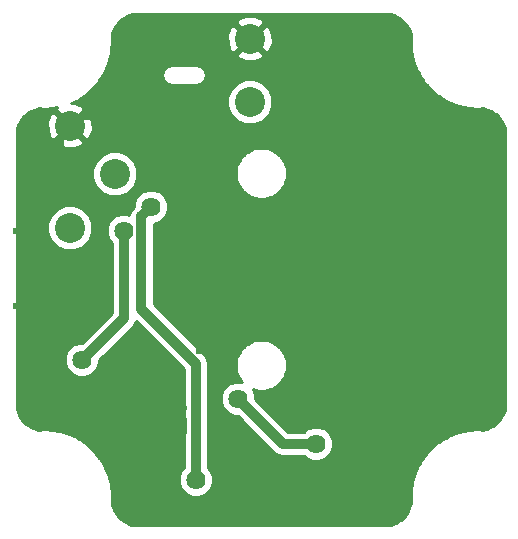
<source format=gbr>
%TF.GenerationSoftware,KiCad,Pcbnew,0.201604071231+6672~43~ubuntu15.10.1-product*%
%TF.CreationDate,2016-04-11T17:56:56+02:00*%
%TF.ProjectId,moto-dcdc,6D6F746F2D646364632E6B696361645F,rev?*%
%TF.FileFunction,Copper,L2,Bot,Signal*%
%FSLAX46Y46*%
G04 Gerber Fmt 4.6, Leading zero omitted, Abs format (unit mm)*
G04 Created by KiCad (PCBNEW 0.201604071231+6672~43~ubuntu15.10.1-product) date pon, 11 kwi 2016, 17:56:56*
%MOMM*%
G01*
G04 APERTURE LIST*
%ADD10C,0.100000*%
%ADD11C,2.540000*%
%ADD12C,0.600000*%
%ADD13C,1.625600*%
%ADD14C,0.406400*%
%ADD15C,0.812800*%
%ADD16C,0.254000*%
G04 APERTURE END LIST*
D10*
D11*
X146304000Y-78994000D03*
X131064000Y-94996000D03*
X134874000Y-90424000D03*
X146304000Y-84328000D03*
X131064000Y-86360000D03*
D12*
X144272012Y-81280000D03*
X162560000Y-108966000D03*
X163576000Y-107188000D03*
X163830000Y-105156000D03*
X163830000Y-102870000D03*
X161798000Y-101346000D03*
X163830000Y-101346000D03*
X149860000Y-92202000D03*
X149860000Y-89916000D03*
X149606000Y-88391980D03*
X161798000Y-86106000D03*
X160020000Y-86106000D03*
X157734000Y-86106000D03*
X158242000Y-84074000D03*
X156972000Y-83058000D03*
X156718000Y-80518000D03*
X155448000Y-79756000D03*
X142240000Y-79502000D03*
X139700000Y-79756000D03*
X137160000Y-80772000D03*
X136652000Y-83058000D03*
X135636000Y-84582000D03*
X126746000Y-88900000D03*
X128016000Y-89662000D03*
X127000000Y-90170000D03*
X127000000Y-92964000D03*
X126492000Y-95250000D03*
X126746000Y-98044000D03*
X126492000Y-101600000D03*
X126746000Y-104902000D03*
X127508000Y-106934000D03*
X126746000Y-109982000D03*
X129540000Y-108966000D03*
X128524000Y-110998000D03*
X132080000Y-110998000D03*
X132080000Y-112268000D03*
X134112000Y-112776000D03*
X134366000Y-114300000D03*
X136144000Y-114808000D03*
X134874000Y-116332000D03*
X136652000Y-116840000D03*
X135128000Y-118872000D03*
X137668000Y-118872000D03*
X138430000Y-117094000D03*
X140462000Y-118110000D03*
X140462000Y-119888000D03*
X147828000Y-119634000D03*
X150876000Y-119380000D03*
X153162000Y-119380000D03*
X155702000Y-119380000D03*
X158496000Y-119888000D03*
X159258000Y-117856000D03*
X160274000Y-114808000D03*
X162306000Y-112776000D03*
X165354000Y-111506000D03*
X166624000Y-109982000D03*
X166878000Y-107950000D03*
X167640000Y-106172000D03*
X167386000Y-104394000D03*
X167132000Y-101346000D03*
X167132000Y-99314000D03*
X167386000Y-97790000D03*
X167132000Y-94742000D03*
X167132000Y-92456000D03*
X167132000Y-88646000D03*
X166370000Y-86614000D03*
X163068000Y-85090000D03*
X160528000Y-83820000D03*
X159512000Y-81534000D03*
X158242000Y-78994000D03*
X155702000Y-77978000D03*
X153162000Y-77216000D03*
X150114000Y-77724000D03*
X144018000Y-77978000D03*
X140462000Y-77724000D03*
X137922000Y-77470000D03*
X135636000Y-78740000D03*
X135128000Y-81534000D03*
X133858000Y-83566000D03*
X133604000Y-85598000D03*
X128270000Y-86106000D03*
X127762000Y-88138000D03*
X130302000Y-87884000D03*
X144526000Y-92710000D03*
X143510000Y-91186000D03*
X144018000Y-88646000D03*
X145796000Y-87884000D03*
X148590000Y-87630000D03*
X154432000Y-93472000D03*
X155956000Y-93726000D03*
X159258000Y-94234000D03*
X159766000Y-95758000D03*
X161544000Y-96012000D03*
X162560000Y-94996000D03*
X161544000Y-93726000D03*
X159512000Y-91948000D03*
X157734000Y-92202000D03*
X157480000Y-93218000D03*
X157226000Y-94996000D03*
X156718000Y-96774000D03*
X156972000Y-99568000D03*
X156210000Y-101600000D03*
X154940000Y-101092000D03*
X154432000Y-99568000D03*
X154940000Y-97282000D03*
X154940000Y-95504000D03*
X152400000Y-94996000D03*
X149860000Y-94234000D03*
X148082000Y-93980000D03*
X146050000Y-93726000D03*
X143764000Y-94234000D03*
X141732000Y-94488000D03*
X138684000Y-95504000D03*
X140462000Y-95504000D03*
X143002000Y-96012000D03*
X145034000Y-96012000D03*
X147066000Y-95758000D03*
X149098000Y-95758000D03*
X150368000Y-96012000D03*
X151892000Y-96520000D03*
X151892000Y-97790000D03*
X149098000Y-97790000D03*
X149860000Y-99314000D03*
X151384000Y-99060000D03*
X153162000Y-101854000D03*
X152654000Y-100584000D03*
X150876000Y-100838000D03*
X149098000Y-102108000D03*
X148336000Y-103632000D03*
X146812000Y-103378000D03*
X147320000Y-101854000D03*
X147574000Y-99822000D03*
X147574000Y-97536000D03*
X144272000Y-97790000D03*
X146050000Y-98806000D03*
X145542000Y-100076000D03*
X143764000Y-99314000D03*
X143002000Y-98044000D03*
X142494000Y-100076000D03*
X143764000Y-101092000D03*
X145542000Y-101854000D03*
X145542000Y-103632000D03*
X144018000Y-102362000D03*
X143256000Y-104140000D03*
X143256000Y-105918000D03*
X141986000Y-105410000D03*
X141986000Y-103632000D03*
X142494000Y-101854000D03*
X140716000Y-111252000D03*
X140716000Y-112268000D03*
X139446000Y-112522000D03*
X140462000Y-114300000D03*
X138938000Y-113538000D03*
X138176000Y-112776000D03*
X140716000Y-110236000D03*
X139700000Y-111252000D03*
X138176000Y-111252000D03*
X136906000Y-111252000D03*
D13*
X132080000Y-106172000D03*
X135636000Y-95250000D03*
X151892000Y-113284000D03*
X145288000Y-109474000D03*
X141732000Y-116332000D03*
X137922000Y-93218000D03*
D14*
X130302000Y-87884000D02*
X130302000Y-87122000D01*
X130302000Y-87122000D02*
X131064000Y-86360000D01*
X133604000Y-85598000D02*
X131826000Y-85598000D01*
X131826000Y-85598000D02*
X131064000Y-86360000D01*
X150114000Y-77724000D02*
X147573999Y-77724001D01*
X147573999Y-77724001D02*
X146304000Y-78994000D01*
X144018000Y-81280000D02*
X144272012Y-81280000D01*
X142240000Y-79502000D02*
X144018000Y-81280000D01*
X162560000Y-108966000D02*
X162814000Y-108966000D01*
X162814000Y-108966000D02*
X165354000Y-111506000D01*
X163830000Y-105156000D02*
X163830000Y-106934000D01*
X163830000Y-106934000D02*
X163576000Y-107188000D01*
X161798000Y-101346000D02*
X162306000Y-101346000D01*
X162306000Y-101346000D02*
X163830000Y-102870000D01*
X167132000Y-101346000D02*
X163830000Y-101346000D01*
X149860000Y-89916000D02*
X149860000Y-92202000D01*
X149351980Y-88391980D02*
X149606000Y-88391980D01*
X148590000Y-87630000D02*
X149351980Y-88391980D01*
X161798000Y-86106000D02*
X162052000Y-86106000D01*
X162052000Y-86106000D02*
X163068000Y-85090000D01*
X157734000Y-86106000D02*
X160020000Y-86106000D01*
X156972000Y-83058000D02*
X157226000Y-83058000D01*
X157226000Y-83058000D02*
X158242000Y-84074000D01*
X155448000Y-79756000D02*
X155956000Y-79756000D01*
X155956000Y-79756000D02*
X156718000Y-80518000D01*
X137160000Y-80772000D02*
X138684000Y-80772000D01*
X138684000Y-80772000D02*
X139700000Y-79756000D01*
X135636000Y-84582000D02*
X135636000Y-84074000D01*
X135636000Y-84074000D02*
X136652000Y-83058000D01*
X128016000Y-89662000D02*
X127508000Y-89662000D01*
X127508000Y-89662000D02*
X126746000Y-88900000D01*
X127000000Y-92964000D02*
X127000000Y-90170000D01*
X126746000Y-98044000D02*
X126746000Y-95504000D01*
X126746000Y-95504000D02*
X126492000Y-95250000D01*
X126746000Y-104902000D02*
X126746000Y-101854000D01*
X126746000Y-101854000D02*
X126492000Y-101600000D01*
X126746000Y-109982000D02*
X126746000Y-107696000D01*
X126746000Y-107696000D02*
X127508000Y-106934000D01*
X128524000Y-110998000D02*
X128524000Y-109982000D01*
X128524000Y-109982000D02*
X129540000Y-108966000D01*
X132080000Y-112268000D02*
X132080000Y-110998000D01*
X134366000Y-114300000D02*
X134366000Y-113030000D01*
X134366000Y-113030000D02*
X134112000Y-112776000D01*
X134874000Y-116332000D02*
X134874000Y-116078000D01*
X134874000Y-116078000D02*
X136144000Y-114808000D01*
X135128000Y-118872000D02*
X135128000Y-118364000D01*
X135128000Y-118364000D02*
X136652000Y-116840000D01*
X138430000Y-117094000D02*
X138430000Y-118110000D01*
X138430000Y-118110000D02*
X137668000Y-118872000D01*
X140462000Y-119888000D02*
X140462000Y-118110000D01*
X150876000Y-119380000D02*
X148082000Y-119380000D01*
X148082000Y-119380000D02*
X147828000Y-119634000D01*
X155702000Y-119380000D02*
X153162000Y-119380000D01*
X159258000Y-117856000D02*
X159258000Y-119126000D01*
X159258000Y-119126000D02*
X158496000Y-119888000D01*
X162306000Y-112776000D02*
X160274000Y-114808000D01*
X166624000Y-109982000D02*
X166624000Y-110236000D01*
X166624000Y-110236000D02*
X165354000Y-111506000D01*
X167640000Y-106172000D02*
X167640000Y-107188000D01*
X167640000Y-107188000D02*
X166878000Y-107950000D01*
X167132000Y-101346000D02*
X167132000Y-104140000D01*
X167132000Y-104140000D02*
X167386000Y-104394000D01*
X167386000Y-97790000D02*
X167386000Y-99060000D01*
X167386000Y-99060000D02*
X167132000Y-99314000D01*
X167132000Y-92456000D02*
X167132000Y-94742000D01*
X166370000Y-86614000D02*
X166370000Y-87884000D01*
X166370000Y-87884000D02*
X167132000Y-88646000D01*
X160528000Y-83820000D02*
X161798000Y-83820000D01*
X161798000Y-83820000D02*
X163068000Y-85090000D01*
X158242000Y-78994000D02*
X158242000Y-80264000D01*
X158242000Y-80264000D02*
X159512000Y-81534000D01*
X153162000Y-77216000D02*
X154940000Y-77216000D01*
X154940000Y-77216000D02*
X155702000Y-77978000D01*
X140462000Y-77724000D02*
X143764000Y-77724000D01*
X143764000Y-77724000D02*
X144018000Y-77978000D01*
X135636000Y-78740000D02*
X136652000Y-78740000D01*
X136652000Y-78740000D02*
X137922000Y-77470000D01*
X133858000Y-83566000D02*
X133858000Y-82804000D01*
X133858000Y-82804000D02*
X135128000Y-81534000D01*
X127762000Y-88138000D02*
X127762000Y-86614000D01*
X127762000Y-86614000D02*
X128270000Y-86106000D01*
X143510000Y-91186000D02*
X143510000Y-91694000D01*
X143510000Y-91694000D02*
X144526000Y-92710000D01*
X145796000Y-87884000D02*
X144780000Y-87884000D01*
X144780000Y-87884000D02*
X144018000Y-88646000D01*
X155956000Y-93726000D02*
X154686000Y-93726000D01*
X154686000Y-93726000D02*
X154432000Y-93472000D01*
X159766000Y-95758000D02*
X159766000Y-94742000D01*
X159766000Y-94742000D02*
X159258000Y-94234000D01*
X162560000Y-94996000D02*
X161544000Y-96012000D01*
X159512000Y-91948000D02*
X159766000Y-91948000D01*
X159766000Y-91948000D02*
X161544000Y-93726000D01*
X157480000Y-93218000D02*
X157480000Y-92456000D01*
X157480000Y-92456000D02*
X157734000Y-92202000D01*
X156718000Y-96774000D02*
X156718000Y-95504000D01*
X156718000Y-95504000D02*
X157226000Y-94996000D01*
X156210000Y-101600000D02*
X156210000Y-100330000D01*
X156210000Y-100330000D02*
X156972000Y-99568000D01*
X154432000Y-99568000D02*
X154432000Y-100584000D01*
X154432000Y-100584000D02*
X154940000Y-101092000D01*
X154940000Y-95504000D02*
X154940000Y-97282000D01*
X149860000Y-94234000D02*
X151638000Y-94234000D01*
X151638000Y-94234000D02*
X152400000Y-94996000D01*
X146050000Y-93726000D02*
X147828000Y-93726000D01*
X147828000Y-93726000D02*
X148082000Y-93980000D01*
X141732000Y-94488000D02*
X143510000Y-94488000D01*
X143510000Y-94488000D02*
X143764000Y-94234000D01*
X140462000Y-95504000D02*
X138684000Y-95504000D01*
X145034000Y-96012000D02*
X143002000Y-96012000D01*
X149098000Y-95758000D02*
X147066000Y-95758000D01*
X151892000Y-96520000D02*
X150876000Y-96520000D01*
X150876000Y-96520000D02*
X150368000Y-96012000D01*
X149098000Y-97790000D02*
X151892000Y-97790000D01*
X151384000Y-99060000D02*
X150114000Y-99060000D01*
X150114000Y-99060000D02*
X149860000Y-99314000D01*
X152654000Y-100584000D02*
X152654000Y-101346000D01*
X152654000Y-101346000D02*
X153162000Y-101854000D01*
X149098000Y-102108000D02*
X149606000Y-102108000D01*
X149606000Y-102108000D02*
X150876000Y-100838000D01*
X146812000Y-103378000D02*
X148082000Y-103378000D01*
X148082000Y-103378000D02*
X148336000Y-103632000D01*
X147574000Y-99822000D02*
X147574000Y-101600000D01*
X147574000Y-101600000D02*
X147320000Y-101854000D01*
X144272000Y-97790000D02*
X147320000Y-97790000D01*
X147320000Y-97790000D02*
X147574000Y-97536000D01*
X145542000Y-100076000D02*
X145542000Y-99314000D01*
X145542000Y-99314000D02*
X146050000Y-98806000D01*
X143002000Y-98044000D02*
X143002000Y-98552000D01*
X143002000Y-98552000D02*
X143764000Y-99314000D01*
X143764000Y-101092000D02*
X143510000Y-101092000D01*
X143510000Y-101092000D02*
X142494000Y-100076000D01*
X145542000Y-103632000D02*
X145542000Y-101854000D01*
X143256000Y-104140000D02*
X143256000Y-103124000D01*
X143256000Y-103124000D02*
X144018000Y-102362000D01*
X141986000Y-105410000D02*
X142748000Y-105410000D01*
X142748000Y-105410000D02*
X143256000Y-105918000D01*
X142494000Y-101854000D02*
X142494000Y-103124000D01*
X142494000Y-103124000D02*
X141986000Y-103632000D01*
X140716000Y-112268000D02*
X140716000Y-111252000D01*
X140462000Y-114300000D02*
X140462000Y-113538000D01*
X140462000Y-113538000D02*
X139446000Y-112522000D01*
X138176000Y-112776000D02*
X138938000Y-113538000D01*
X139700000Y-111252000D02*
X140716000Y-110236000D01*
X136906000Y-111252000D02*
X138176000Y-111252000D01*
D15*
X135636000Y-95250000D02*
X135636000Y-102616000D01*
X135636000Y-102616000D02*
X132080000Y-106172000D01*
X145288000Y-109474000D02*
X149098000Y-113284000D01*
X149098000Y-113284000D02*
X151892000Y-113284000D01*
X137922000Y-93218000D02*
X137109201Y-94030799D01*
X141732000Y-106497474D02*
X141732000Y-116332000D01*
X137109201Y-94030799D02*
X137109201Y-101874675D01*
X137109201Y-101874675D02*
X141732000Y-106497474D01*
D16*
G36*
X158272566Y-76919997D02*
X158503090Y-77004177D01*
X158724008Y-77110546D01*
X158931734Y-77238013D01*
X159127192Y-77386872D01*
X159306194Y-77553395D01*
X159467763Y-77737800D01*
X159610613Y-77937183D01*
X159732526Y-78149566D01*
X159832735Y-78372777D01*
X159909593Y-78604638D01*
X159939960Y-78740582D01*
X159912257Y-79192915D01*
X159918260Y-79237054D01*
X159912552Y-79281235D01*
X159951137Y-79848988D01*
X159959243Y-79878949D01*
X159958036Y-79909963D01*
X160025343Y-80333850D01*
X160035581Y-80361569D01*
X160036952Y-80391086D01*
X160138753Y-80802175D01*
X160151227Y-80828733D01*
X160155062Y-80857823D01*
X160289820Y-81254568D01*
X160304377Y-81279771D01*
X160310589Y-81308206D01*
X160476767Y-81689063D01*
X160493252Y-81712762D01*
X160501740Y-81740359D01*
X160697805Y-82103788D01*
X160716075Y-82125876D01*
X160726736Y-82152482D01*
X160951154Y-82496934D01*
X160971067Y-82517315D01*
X160983802Y-82542806D01*
X161235034Y-82866739D01*
X161256479Y-82885351D01*
X161271205Y-82909628D01*
X161547721Y-83211496D01*
X161570583Y-83228265D01*
X161587219Y-83251224D01*
X161887478Y-83529487D01*
X161911669Y-83544353D01*
X161930154Y-83565904D01*
X162252621Y-83819012D01*
X162278040Y-83831896D01*
X162298308Y-83851930D01*
X162641454Y-84078343D01*
X162667996Y-84089157D01*
X162689976Y-84107554D01*
X163052259Y-84305724D01*
X163079806Y-84314372D01*
X163103410Y-84330995D01*
X163483299Y-84499380D01*
X163511694Y-84505756D01*
X163536812Y-84520459D01*
X163932770Y-84657518D01*
X163961836Y-84661522D01*
X163988322Y-84674150D01*
X164398814Y-84778335D01*
X164428324Y-84779877D01*
X164455983Y-84790276D01*
X164879471Y-84860041D01*
X164912566Y-84858946D01*
X164944534Y-84867586D01*
X165538745Y-84907826D01*
X165584137Y-84901950D01*
X165629511Y-84907945D01*
X166047264Y-84880758D01*
X166251397Y-84932996D01*
X166481682Y-85017089D01*
X166701897Y-85123325D01*
X166910515Y-85251506D01*
X167105566Y-85399953D01*
X167284818Y-85566710D01*
X167446870Y-85751172D01*
X167589275Y-85949937D01*
X167710969Y-86162362D01*
X167810927Y-86385978D01*
X167873845Y-86575434D01*
X167873845Y-110406828D01*
X167867811Y-110430407D01*
X167783680Y-110661225D01*
X167677308Y-110881722D01*
X167549589Y-111090286D01*
X167401728Y-111284571D01*
X167234216Y-111464173D01*
X167050548Y-111625901D01*
X166851404Y-111767840D01*
X166638294Y-111890173D01*
X166415077Y-111990385D01*
X166182537Y-112067469D01*
X166073398Y-112092088D01*
X165626604Y-112064926D01*
X165581516Y-112071079D01*
X165536365Y-112065395D01*
X164932781Y-112108392D01*
X164901588Y-112116940D01*
X164869264Y-112115911D01*
X164444551Y-112186424D01*
X164416821Y-112196890D01*
X164387224Y-112198481D01*
X163975653Y-112303603D01*
X163949112Y-112316307D01*
X163919966Y-112320374D01*
X163523083Y-112458536D01*
X163497913Y-112473329D01*
X163469444Y-112479782D01*
X163088793Y-112649426D01*
X163065156Y-112666144D01*
X163037550Y-112674879D01*
X162674678Y-112874438D01*
X162652678Y-112892936D01*
X162626084Y-112903849D01*
X162282529Y-113131766D01*
X162262253Y-113151908D01*
X162236800Y-113164897D01*
X161914113Y-113419605D01*
X161895636Y-113441266D01*
X161871424Y-113456244D01*
X161571142Y-113736182D01*
X161554524Y-113759259D01*
X161531650Y-113776150D01*
X161255321Y-114079756D01*
X161240634Y-114104145D01*
X161219197Y-114122878D01*
X160968363Y-114448587D01*
X160955677Y-114474198D01*
X160935779Y-114494713D01*
X160711986Y-114840969D01*
X160701395Y-114867684D01*
X160683162Y-114889902D01*
X160487951Y-115255135D01*
X160479546Y-115282846D01*
X160463108Y-115306686D01*
X160298028Y-115689337D01*
X160291916Y-115717881D01*
X160277427Y-115743222D01*
X160144018Y-116141726D01*
X160140300Y-116170918D01*
X160127913Y-116197611D01*
X160027718Y-116610409D01*
X160026480Y-116640023D01*
X160016348Y-116667874D01*
X159950915Y-117093399D01*
X159952332Y-117125750D01*
X159944151Y-117157082D01*
X159912181Y-117697847D01*
X159918223Y-117741575D01*
X159912607Y-117785361D01*
X159946753Y-118280935D01*
X159889566Y-118504415D01*
X159805477Y-118734675D01*
X159699235Y-118954903D01*
X159570857Y-119163848D01*
X159422356Y-119359408D01*
X159256164Y-119538055D01*
X159071764Y-119699616D01*
X158872386Y-119842464D01*
X158660495Y-119964090D01*
X158436779Y-120064088D01*
X158247012Y-120127351D01*
X136286585Y-120127351D01*
X136263191Y-120121362D01*
X136033400Y-120037463D01*
X135812695Y-119930553D01*
X135603351Y-119802352D01*
X135408548Y-119654417D01*
X135229545Y-119487465D01*
X135067745Y-119303227D01*
X134925293Y-119104404D01*
X134803613Y-118892014D01*
X134703417Y-118667859D01*
X134626055Y-118436215D01*
X134587826Y-118264485D01*
X134619432Y-117783094D01*
X134613645Y-117739101D01*
X134619547Y-117695122D01*
X134587024Y-117179192D01*
X134579526Y-117150925D01*
X134580958Y-117121715D01*
X134517122Y-116691637D01*
X134507039Y-116663466D01*
X134505922Y-116633569D01*
X134406600Y-116216360D01*
X134394214Y-116189357D01*
X134390565Y-116159869D01*
X134257342Y-115757133D01*
X134242806Y-115731498D01*
X134236716Y-115702665D01*
X134071178Y-115316009D01*
X134054657Y-115291905D01*
X134046231Y-115263924D01*
X133849971Y-114894952D01*
X133831615Y-114872492D01*
X133820959Y-114845517D01*
X133595565Y-114495838D01*
X133575516Y-114475117D01*
X133562732Y-114449274D01*
X133309793Y-114120491D01*
X133288173Y-114101578D01*
X133273348Y-114076975D01*
X132994451Y-113770695D01*
X132971369Y-113753659D01*
X132954583Y-113730397D01*
X132651314Y-113448226D01*
X132626873Y-113433139D01*
X132608195Y-113411318D01*
X132282147Y-113154860D01*
X132256443Y-113141799D01*
X132235937Y-113121527D01*
X131888699Y-112892390D01*
X131861838Y-112881445D01*
X131839579Y-112862850D01*
X131472737Y-112662638D01*
X131444845Y-112653911D01*
X131420920Y-112637132D01*
X131036064Y-112467454D01*
X131007304Y-112461056D01*
X130981827Y-112446246D01*
X130580542Y-112308703D01*
X130551097Y-112304738D01*
X130524228Y-112292062D01*
X130108109Y-112188263D01*
X130078222Y-112186824D01*
X130050160Y-112176439D01*
X129620792Y-112107989D01*
X129587966Y-112109246D01*
X129556218Y-112100815D01*
X128990120Y-112064987D01*
X128944633Y-112071079D01*
X128899104Y-112065285D01*
X128405144Y-112099801D01*
X128199451Y-112047164D01*
X127969169Y-111963072D01*
X127748487Y-111856611D01*
X127540026Y-111728955D01*
X127344819Y-111580286D01*
X127165522Y-111413489D01*
X127004248Y-111229855D01*
X126861576Y-111030284D01*
X126739760Y-110818073D01*
X126640000Y-110594908D01*
X126562749Y-110361857D01*
X126557728Y-110339593D01*
X126557728Y-106458722D01*
X130631949Y-106458722D01*
X130851899Y-106991041D01*
X131258816Y-107398669D01*
X131790751Y-107619548D01*
X132366722Y-107620051D01*
X132899041Y-107400101D01*
X133306669Y-106993184D01*
X133527548Y-106461249D01*
X133527779Y-106196983D01*
X136372381Y-103352381D01*
X136598128Y-103014527D01*
X136627687Y-102865923D01*
X140690600Y-106928836D01*
X140690600Y-115325870D01*
X140505331Y-115510816D01*
X140284452Y-116042751D01*
X140283949Y-116618722D01*
X140503899Y-117151041D01*
X140910816Y-117558669D01*
X141442751Y-117779548D01*
X142018722Y-117780051D01*
X142551041Y-117560101D01*
X142958669Y-117153184D01*
X143179548Y-116621249D01*
X143180051Y-116045278D01*
X142960101Y-115512959D01*
X142773400Y-115325932D01*
X142773400Y-109760722D01*
X143839949Y-109760722D01*
X144059899Y-110293041D01*
X144466816Y-110700669D01*
X144998751Y-110921548D01*
X145263017Y-110921779D01*
X148361619Y-114020381D01*
X148699474Y-114246129D01*
X149098000Y-114325400D01*
X150885870Y-114325400D01*
X151070816Y-114510669D01*
X151602751Y-114731548D01*
X152178722Y-114732051D01*
X152711041Y-114512101D01*
X153118669Y-114105184D01*
X153339548Y-113573249D01*
X153340051Y-112997278D01*
X153120101Y-112464959D01*
X152713184Y-112057331D01*
X152181249Y-111836452D01*
X151605278Y-111835949D01*
X151072959Y-112055899D01*
X150885932Y-112242600D01*
X149529362Y-112242600D01*
X146735822Y-109449060D01*
X146736051Y-109187278D01*
X146527232Y-108681899D01*
X146772947Y-108758174D01*
X146841454Y-108765369D01*
X146907323Y-108785515D01*
X147208962Y-108815922D01*
X147277666Y-108809314D01*
X147346370Y-108815922D01*
X147648009Y-108785515D01*
X147713878Y-108765369D01*
X147782384Y-108758174D01*
X148063331Y-108670962D01*
X148122608Y-108638783D01*
X148187022Y-108618792D01*
X148441262Y-108480797D01*
X148492152Y-108438484D01*
X148550440Y-108407132D01*
X148771948Y-108224370D01*
X148813487Y-108173482D01*
X148864371Y-108131946D01*
X149047132Y-107910439D01*
X149078484Y-107852151D01*
X149120796Y-107801262D01*
X149258791Y-107547022D01*
X149278782Y-107482609D01*
X149310960Y-107423334D01*
X149398173Y-107142388D01*
X149405368Y-107073880D01*
X149425515Y-107008008D01*
X149455921Y-106706368D01*
X149452593Y-106671764D01*
X149459375Y-106637667D01*
X149452593Y-106603570D01*
X149455921Y-106568966D01*
X149425515Y-106267326D01*
X149405368Y-106201454D01*
X149398173Y-106132946D01*
X149310960Y-105852000D01*
X149278783Y-105792726D01*
X149258791Y-105728311D01*
X149120796Y-105474071D01*
X149078484Y-105423182D01*
X149047132Y-105364894D01*
X148864371Y-105143387D01*
X148813485Y-105101849D01*
X148771946Y-105050962D01*
X148550438Y-104868201D01*
X148492152Y-104836850D01*
X148441262Y-104794537D01*
X148187022Y-104656542D01*
X148122608Y-104636551D01*
X148063333Y-104604373D01*
X147782386Y-104517160D01*
X147713880Y-104509965D01*
X147648007Y-104489818D01*
X147346368Y-104459412D01*
X147277667Y-104466020D01*
X147208965Y-104459412D01*
X146907325Y-104489818D01*
X146841453Y-104509965D01*
X146772945Y-104517160D01*
X146491999Y-104604373D01*
X146432724Y-104636551D01*
X146368311Y-104656542D01*
X146114071Y-104794537D01*
X146063182Y-104836849D01*
X146004894Y-104868201D01*
X145783387Y-105050962D01*
X145741851Y-105101846D01*
X145690963Y-105143385D01*
X145508201Y-105364893D01*
X145476849Y-105423181D01*
X145434536Y-105474071D01*
X145296541Y-105728311D01*
X145276550Y-105792725D01*
X145244371Y-105852002D01*
X145157159Y-106132949D01*
X145149964Y-106201455D01*
X145129818Y-106267324D01*
X145099411Y-106568963D01*
X145106019Y-106637667D01*
X145099411Y-106706371D01*
X145129818Y-107008010D01*
X145149964Y-107073879D01*
X145157159Y-107142386D01*
X145244371Y-107423332D01*
X145276550Y-107482609D01*
X145296541Y-107547022D01*
X145434536Y-107801262D01*
X145476849Y-107852152D01*
X145508201Y-107910440D01*
X145617820Y-108043299D01*
X145577249Y-108026452D01*
X145001278Y-108025949D01*
X144468959Y-108245899D01*
X144061331Y-108652816D01*
X143840452Y-109184751D01*
X143839949Y-109760722D01*
X142773400Y-109760722D01*
X142773400Y-106497474D01*
X142694128Y-106098947D01*
X142468381Y-105761093D01*
X138150601Y-101443313D01*
X138150601Y-94666000D01*
X138208722Y-94666051D01*
X138741041Y-94446101D01*
X139148669Y-94039184D01*
X139369548Y-93507249D01*
X139370051Y-92931278D01*
X139150101Y-92398959D01*
X138743184Y-91991331D01*
X138211249Y-91770452D01*
X137635278Y-91769949D01*
X137102959Y-91989899D01*
X136695331Y-92396816D01*
X136474452Y-92928751D01*
X136474221Y-93193017D01*
X136372820Y-93294418D01*
X136147073Y-93632272D01*
X136098881Y-93874550D01*
X135925249Y-93802452D01*
X135349278Y-93801949D01*
X134816959Y-94021899D01*
X134409331Y-94428816D01*
X134188452Y-94960751D01*
X134187949Y-95536722D01*
X134407899Y-96069041D01*
X134594600Y-96256068D01*
X134594600Y-102184638D01*
X132055060Y-104724178D01*
X131793278Y-104723949D01*
X131260959Y-104943899D01*
X130853331Y-105350816D01*
X130632452Y-105882751D01*
X130631949Y-106458722D01*
X126557728Y-106458722D01*
X126557728Y-95373265D01*
X129158670Y-95373265D01*
X129448078Y-96073686D01*
X129983495Y-96610039D01*
X130683410Y-96900668D01*
X131441265Y-96901330D01*
X132141686Y-96611922D01*
X132678039Y-96076505D01*
X132968668Y-95376590D01*
X132969330Y-94618735D01*
X132679922Y-93918314D01*
X132144505Y-93381961D01*
X131444590Y-93091332D01*
X130686735Y-93090670D01*
X129986314Y-93380078D01*
X129449961Y-93915495D01*
X129159332Y-94615410D01*
X129158670Y-95373265D01*
X126557728Y-95373265D01*
X126557728Y-90801265D01*
X132968670Y-90801265D01*
X133258078Y-91501686D01*
X133793495Y-92038039D01*
X134493410Y-92328668D01*
X135251265Y-92329330D01*
X135951686Y-92039922D01*
X136488039Y-91504505D01*
X136778668Y-90804590D01*
X136779094Y-90315985D01*
X145099411Y-90315985D01*
X145106019Y-90384689D01*
X145099411Y-90453393D01*
X145129818Y-90755032D01*
X145149964Y-90820901D01*
X145157159Y-90889407D01*
X145244371Y-91170354D01*
X145276550Y-91229631D01*
X145296541Y-91294045D01*
X145434536Y-91548285D01*
X145476849Y-91599175D01*
X145508201Y-91657463D01*
X145690963Y-91878971D01*
X145741851Y-91920510D01*
X145783387Y-91971394D01*
X146004894Y-92154155D01*
X146063182Y-92185507D01*
X146114071Y-92227819D01*
X146368311Y-92365814D01*
X146432724Y-92385805D01*
X146491999Y-92417983D01*
X146772945Y-92505196D01*
X146841453Y-92512391D01*
X146907325Y-92532538D01*
X147208965Y-92562944D01*
X147277667Y-92556336D01*
X147346368Y-92562944D01*
X147648007Y-92532538D01*
X147713880Y-92512391D01*
X147782386Y-92505196D01*
X148063333Y-92417983D01*
X148122608Y-92385805D01*
X148187022Y-92365814D01*
X148441262Y-92227819D01*
X148492152Y-92185506D01*
X148550438Y-92154155D01*
X148771946Y-91971394D01*
X148813485Y-91920507D01*
X148864371Y-91878969D01*
X149047132Y-91657462D01*
X149078484Y-91599174D01*
X149120796Y-91548285D01*
X149258791Y-91294045D01*
X149278783Y-91229630D01*
X149310960Y-91170356D01*
X149398173Y-90889410D01*
X149405368Y-90820902D01*
X149425515Y-90755030D01*
X149455921Y-90453390D01*
X149452593Y-90418786D01*
X149459375Y-90384689D01*
X149452593Y-90350592D01*
X149455921Y-90315988D01*
X149425515Y-90014348D01*
X149405368Y-89948475D01*
X149398173Y-89879970D01*
X149310960Y-89599021D01*
X149278783Y-89539747D01*
X149258790Y-89475328D01*
X149120795Y-89221092D01*
X149078485Y-89170206D01*
X149047135Y-89111921D01*
X148864374Y-88890410D01*
X148813485Y-88848869D01*
X148771946Y-88797982D01*
X148550438Y-88615221D01*
X148492154Y-88583871D01*
X148441266Y-88541559D01*
X148187029Y-88403563D01*
X148122609Y-88383570D01*
X148063332Y-88351391D01*
X147782382Y-88264179D01*
X147713880Y-88256985D01*
X147648009Y-88236838D01*
X147346370Y-88206431D01*
X147277666Y-88213039D01*
X147208962Y-88206431D01*
X146907323Y-88236838D01*
X146841453Y-88256985D01*
X146772949Y-88264179D01*
X146492000Y-88351391D01*
X146432723Y-88383570D01*
X146368304Y-88403563D01*
X146114067Y-88541559D01*
X146063180Y-88583870D01*
X146004894Y-88615221D01*
X145783387Y-88797982D01*
X145741849Y-88848868D01*
X145690960Y-88890409D01*
X145508198Y-89111920D01*
X145476848Y-89170205D01*
X145434537Y-89221092D01*
X145296542Y-89475329D01*
X145276550Y-89539746D01*
X145244371Y-89599023D01*
X145157159Y-89879972D01*
X145149965Y-89948476D01*
X145129818Y-90014346D01*
X145099411Y-90315985D01*
X136779094Y-90315985D01*
X136779330Y-90046735D01*
X136489922Y-89346314D01*
X135954505Y-88809961D01*
X135254590Y-88519332D01*
X134496735Y-88518670D01*
X133796314Y-88808078D01*
X133259961Y-89343495D01*
X132969332Y-90043410D01*
X132968670Y-90801265D01*
X126557728Y-90801265D01*
X126557728Y-87707777D01*
X129895828Y-87707777D01*
X130027520Y-88002657D01*
X130735036Y-88274261D01*
X131492632Y-88254436D01*
X132100480Y-88002657D01*
X132232172Y-87707777D01*
X131064000Y-86539605D01*
X129895828Y-87707777D01*
X126557728Y-87707777D01*
X126557728Y-86647615D01*
X126582674Y-86549338D01*
X126666356Y-86320180D01*
X126773267Y-86099461D01*
X126815168Y-86031036D01*
X129149739Y-86031036D01*
X129169564Y-86788632D01*
X129421343Y-87396480D01*
X129716223Y-87528172D01*
X130884395Y-86360000D01*
X131243605Y-86360000D01*
X132411777Y-87528172D01*
X132706657Y-87396480D01*
X132978261Y-86688964D01*
X132958436Y-85931368D01*
X132706657Y-85323520D01*
X132411777Y-85191828D01*
X131243605Y-86360000D01*
X130884395Y-86360000D01*
X129716223Y-85191828D01*
X129421343Y-85323520D01*
X129149739Y-86031036D01*
X126815168Y-86031036D01*
X126901465Y-85890114D01*
X127049394Y-85695312D01*
X127216339Y-85516318D01*
X127400312Y-85354751D01*
X127599885Y-85212076D01*
X127812089Y-85090263D01*
X128035779Y-84990271D01*
X128268510Y-84912695D01*
X128428365Y-84876833D01*
X128902074Y-84907866D01*
X128946403Y-84902028D01*
X128990726Y-84907925D01*
X129523200Y-84873751D01*
X129552182Y-84866027D01*
X129582141Y-84867397D01*
X129988025Y-84805778D01*
X129895828Y-85012223D01*
X131064000Y-86180395D01*
X132232172Y-85012223D01*
X132100480Y-84717343D01*
X132069018Y-84705265D01*
X144398670Y-84705265D01*
X144688078Y-85405686D01*
X145223495Y-85942039D01*
X145923410Y-86232668D01*
X146681265Y-86233330D01*
X147381686Y-85943922D01*
X147918039Y-85408505D01*
X148208668Y-84708590D01*
X148209330Y-83950735D01*
X147919922Y-83250314D01*
X147384505Y-82713961D01*
X146684590Y-82423332D01*
X145926735Y-82422670D01*
X145226314Y-82712078D01*
X144689961Y-83247495D01*
X144399332Y-83947410D01*
X144398670Y-84705265D01*
X132069018Y-84705265D01*
X131392964Y-84445739D01*
X131153250Y-84452012D01*
X131380515Y-84354049D01*
X131404501Y-84337522D01*
X131432375Y-84329061D01*
X131799758Y-84132609D01*
X131822106Y-84114262D01*
X131848980Y-84103586D01*
X132197135Y-83878218D01*
X132217755Y-83858189D01*
X132243497Y-83845401D01*
X132570839Y-83592693D01*
X132589656Y-83571108D01*
X132614165Y-83556293D01*
X132919100Y-83277821D01*
X132936051Y-83254785D01*
X132959223Y-83238023D01*
X133240167Y-82935362D01*
X133255179Y-82910977D01*
X133276917Y-82892336D01*
X133532280Y-82567064D01*
X133545278Y-82541427D01*
X133565471Y-82520973D01*
X133793668Y-82174663D01*
X133804563Y-82147875D01*
X133823094Y-82125674D01*
X133868716Y-82042000D01*
X138861800Y-82042000D01*
X138925604Y-82362765D01*
X139107303Y-82634697D01*
X139379235Y-82816396D01*
X139700000Y-82880200D01*
X141732000Y-82880200D01*
X142052765Y-82816396D01*
X142324697Y-82634697D01*
X142506396Y-82362765D01*
X142570200Y-82042000D01*
X142506396Y-81721235D01*
X142324697Y-81449303D01*
X142052765Y-81267604D01*
X141732000Y-81203800D01*
X139700000Y-81203800D01*
X139379235Y-81267604D01*
X139107303Y-81449303D01*
X138925604Y-81721235D01*
X138861800Y-82042000D01*
X133868716Y-82042000D01*
X134022529Y-81759900D01*
X134031216Y-81732098D01*
X134047939Y-81708245D01*
X134217029Y-81324587D01*
X134223403Y-81295916D01*
X134238167Y-81270527D01*
X134375325Y-80870557D01*
X134379282Y-80841209D01*
X134391928Y-80814432D01*
X134495562Y-80399730D01*
X134497009Y-80369943D01*
X134507380Y-80341980D01*
X134507412Y-80341777D01*
X145135828Y-80341777D01*
X145267520Y-80636657D01*
X145975036Y-80908261D01*
X146732632Y-80888436D01*
X147340480Y-80636657D01*
X147472172Y-80341777D01*
X146304000Y-79173605D01*
X145135828Y-80341777D01*
X134507412Y-80341777D01*
X134575904Y-79914115D01*
X134574667Y-79881185D01*
X134583137Y-79849342D01*
X134619518Y-79278281D01*
X134613617Y-79234087D01*
X134619434Y-79189882D01*
X134590793Y-78753352D01*
X134613392Y-78665036D01*
X144389739Y-78665036D01*
X144409564Y-79422632D01*
X144661343Y-80030480D01*
X144956223Y-80162172D01*
X146124395Y-78994000D01*
X146483605Y-78994000D01*
X147651777Y-80162172D01*
X147946657Y-80030480D01*
X148218261Y-79322964D01*
X148198436Y-78565368D01*
X147946657Y-77957520D01*
X147651777Y-77825828D01*
X146483605Y-78994000D01*
X146124395Y-78994000D01*
X144956223Y-77825828D01*
X144661343Y-77957520D01*
X144389739Y-78665036D01*
X134613392Y-78665036D01*
X134646224Y-78536738D01*
X134730357Y-78305911D01*
X134836362Y-78086173D01*
X134964685Y-77877758D01*
X135113370Y-77681962D01*
X135146617Y-77646223D01*
X145135828Y-77646223D01*
X146304000Y-78814395D01*
X147472172Y-77646223D01*
X147340480Y-77351343D01*
X146632964Y-77079739D01*
X145875368Y-77099564D01*
X145267520Y-77351343D01*
X145135828Y-77646223D01*
X135146617Y-77646223D01*
X135279881Y-77502973D01*
X135463982Y-77341239D01*
X135662688Y-77199305D01*
X135876010Y-77077097D01*
X136099676Y-76976686D01*
X136331090Y-76899833D01*
X136349021Y-76895823D01*
X158178090Y-76895823D01*
X158272566Y-76919997D01*
X158272566Y-76919997D01*
G37*
X158272566Y-76919997D02*
X158503090Y-77004177D01*
X158724008Y-77110546D01*
X158931734Y-77238013D01*
X159127192Y-77386872D01*
X159306194Y-77553395D01*
X159467763Y-77737800D01*
X159610613Y-77937183D01*
X159732526Y-78149566D01*
X159832735Y-78372777D01*
X159909593Y-78604638D01*
X159939960Y-78740582D01*
X159912257Y-79192915D01*
X159918260Y-79237054D01*
X159912552Y-79281235D01*
X159951137Y-79848988D01*
X159959243Y-79878949D01*
X159958036Y-79909963D01*
X160025343Y-80333850D01*
X160035581Y-80361569D01*
X160036952Y-80391086D01*
X160138753Y-80802175D01*
X160151227Y-80828733D01*
X160155062Y-80857823D01*
X160289820Y-81254568D01*
X160304377Y-81279771D01*
X160310589Y-81308206D01*
X160476767Y-81689063D01*
X160493252Y-81712762D01*
X160501740Y-81740359D01*
X160697805Y-82103788D01*
X160716075Y-82125876D01*
X160726736Y-82152482D01*
X160951154Y-82496934D01*
X160971067Y-82517315D01*
X160983802Y-82542806D01*
X161235034Y-82866739D01*
X161256479Y-82885351D01*
X161271205Y-82909628D01*
X161547721Y-83211496D01*
X161570583Y-83228265D01*
X161587219Y-83251224D01*
X161887478Y-83529487D01*
X161911669Y-83544353D01*
X161930154Y-83565904D01*
X162252621Y-83819012D01*
X162278040Y-83831896D01*
X162298308Y-83851930D01*
X162641454Y-84078343D01*
X162667996Y-84089157D01*
X162689976Y-84107554D01*
X163052259Y-84305724D01*
X163079806Y-84314372D01*
X163103410Y-84330995D01*
X163483299Y-84499380D01*
X163511694Y-84505756D01*
X163536812Y-84520459D01*
X163932770Y-84657518D01*
X163961836Y-84661522D01*
X163988322Y-84674150D01*
X164398814Y-84778335D01*
X164428324Y-84779877D01*
X164455983Y-84790276D01*
X164879471Y-84860041D01*
X164912566Y-84858946D01*
X164944534Y-84867586D01*
X165538745Y-84907826D01*
X165584137Y-84901950D01*
X165629511Y-84907945D01*
X166047264Y-84880758D01*
X166251397Y-84932996D01*
X166481682Y-85017089D01*
X166701897Y-85123325D01*
X166910515Y-85251506D01*
X167105566Y-85399953D01*
X167284818Y-85566710D01*
X167446870Y-85751172D01*
X167589275Y-85949937D01*
X167710969Y-86162362D01*
X167810927Y-86385978D01*
X167873845Y-86575434D01*
X167873845Y-110406828D01*
X167867811Y-110430407D01*
X167783680Y-110661225D01*
X167677308Y-110881722D01*
X167549589Y-111090286D01*
X167401728Y-111284571D01*
X167234216Y-111464173D01*
X167050548Y-111625901D01*
X166851404Y-111767840D01*
X166638294Y-111890173D01*
X166415077Y-111990385D01*
X166182537Y-112067469D01*
X166073398Y-112092088D01*
X165626604Y-112064926D01*
X165581516Y-112071079D01*
X165536365Y-112065395D01*
X164932781Y-112108392D01*
X164901588Y-112116940D01*
X164869264Y-112115911D01*
X164444551Y-112186424D01*
X164416821Y-112196890D01*
X164387224Y-112198481D01*
X163975653Y-112303603D01*
X163949112Y-112316307D01*
X163919966Y-112320374D01*
X163523083Y-112458536D01*
X163497913Y-112473329D01*
X163469444Y-112479782D01*
X163088793Y-112649426D01*
X163065156Y-112666144D01*
X163037550Y-112674879D01*
X162674678Y-112874438D01*
X162652678Y-112892936D01*
X162626084Y-112903849D01*
X162282529Y-113131766D01*
X162262253Y-113151908D01*
X162236800Y-113164897D01*
X161914113Y-113419605D01*
X161895636Y-113441266D01*
X161871424Y-113456244D01*
X161571142Y-113736182D01*
X161554524Y-113759259D01*
X161531650Y-113776150D01*
X161255321Y-114079756D01*
X161240634Y-114104145D01*
X161219197Y-114122878D01*
X160968363Y-114448587D01*
X160955677Y-114474198D01*
X160935779Y-114494713D01*
X160711986Y-114840969D01*
X160701395Y-114867684D01*
X160683162Y-114889902D01*
X160487951Y-115255135D01*
X160479546Y-115282846D01*
X160463108Y-115306686D01*
X160298028Y-115689337D01*
X160291916Y-115717881D01*
X160277427Y-115743222D01*
X160144018Y-116141726D01*
X160140300Y-116170918D01*
X160127913Y-116197611D01*
X160027718Y-116610409D01*
X160026480Y-116640023D01*
X160016348Y-116667874D01*
X159950915Y-117093399D01*
X159952332Y-117125750D01*
X159944151Y-117157082D01*
X159912181Y-117697847D01*
X159918223Y-117741575D01*
X159912607Y-117785361D01*
X159946753Y-118280935D01*
X159889566Y-118504415D01*
X159805477Y-118734675D01*
X159699235Y-118954903D01*
X159570857Y-119163848D01*
X159422356Y-119359408D01*
X159256164Y-119538055D01*
X159071764Y-119699616D01*
X158872386Y-119842464D01*
X158660495Y-119964090D01*
X158436779Y-120064088D01*
X158247012Y-120127351D01*
X136286585Y-120127351D01*
X136263191Y-120121362D01*
X136033400Y-120037463D01*
X135812695Y-119930553D01*
X135603351Y-119802352D01*
X135408548Y-119654417D01*
X135229545Y-119487465D01*
X135067745Y-119303227D01*
X134925293Y-119104404D01*
X134803613Y-118892014D01*
X134703417Y-118667859D01*
X134626055Y-118436215D01*
X134587826Y-118264485D01*
X134619432Y-117783094D01*
X134613645Y-117739101D01*
X134619547Y-117695122D01*
X134587024Y-117179192D01*
X134579526Y-117150925D01*
X134580958Y-117121715D01*
X134517122Y-116691637D01*
X134507039Y-116663466D01*
X134505922Y-116633569D01*
X134406600Y-116216360D01*
X134394214Y-116189357D01*
X134390565Y-116159869D01*
X134257342Y-115757133D01*
X134242806Y-115731498D01*
X134236716Y-115702665D01*
X134071178Y-115316009D01*
X134054657Y-115291905D01*
X134046231Y-115263924D01*
X133849971Y-114894952D01*
X133831615Y-114872492D01*
X133820959Y-114845517D01*
X133595565Y-114495838D01*
X133575516Y-114475117D01*
X133562732Y-114449274D01*
X133309793Y-114120491D01*
X133288173Y-114101578D01*
X133273348Y-114076975D01*
X132994451Y-113770695D01*
X132971369Y-113753659D01*
X132954583Y-113730397D01*
X132651314Y-113448226D01*
X132626873Y-113433139D01*
X132608195Y-113411318D01*
X132282147Y-113154860D01*
X132256443Y-113141799D01*
X132235937Y-113121527D01*
X131888699Y-112892390D01*
X131861838Y-112881445D01*
X131839579Y-112862850D01*
X131472737Y-112662638D01*
X131444845Y-112653911D01*
X131420920Y-112637132D01*
X131036064Y-112467454D01*
X131007304Y-112461056D01*
X130981827Y-112446246D01*
X130580542Y-112308703D01*
X130551097Y-112304738D01*
X130524228Y-112292062D01*
X130108109Y-112188263D01*
X130078222Y-112186824D01*
X130050160Y-112176439D01*
X129620792Y-112107989D01*
X129587966Y-112109246D01*
X129556218Y-112100815D01*
X128990120Y-112064987D01*
X128944633Y-112071079D01*
X128899104Y-112065285D01*
X128405144Y-112099801D01*
X128199451Y-112047164D01*
X127969169Y-111963072D01*
X127748487Y-111856611D01*
X127540026Y-111728955D01*
X127344819Y-111580286D01*
X127165522Y-111413489D01*
X127004248Y-111229855D01*
X126861576Y-111030284D01*
X126739760Y-110818073D01*
X126640000Y-110594908D01*
X126562749Y-110361857D01*
X126557728Y-110339593D01*
X126557728Y-106458722D01*
X130631949Y-106458722D01*
X130851899Y-106991041D01*
X131258816Y-107398669D01*
X131790751Y-107619548D01*
X132366722Y-107620051D01*
X132899041Y-107400101D01*
X133306669Y-106993184D01*
X133527548Y-106461249D01*
X133527779Y-106196983D01*
X136372381Y-103352381D01*
X136598128Y-103014527D01*
X136627687Y-102865923D01*
X140690600Y-106928836D01*
X140690600Y-115325870D01*
X140505331Y-115510816D01*
X140284452Y-116042751D01*
X140283949Y-116618722D01*
X140503899Y-117151041D01*
X140910816Y-117558669D01*
X141442751Y-117779548D01*
X142018722Y-117780051D01*
X142551041Y-117560101D01*
X142958669Y-117153184D01*
X143179548Y-116621249D01*
X143180051Y-116045278D01*
X142960101Y-115512959D01*
X142773400Y-115325932D01*
X142773400Y-109760722D01*
X143839949Y-109760722D01*
X144059899Y-110293041D01*
X144466816Y-110700669D01*
X144998751Y-110921548D01*
X145263017Y-110921779D01*
X148361619Y-114020381D01*
X148699474Y-114246129D01*
X149098000Y-114325400D01*
X150885870Y-114325400D01*
X151070816Y-114510669D01*
X151602751Y-114731548D01*
X152178722Y-114732051D01*
X152711041Y-114512101D01*
X153118669Y-114105184D01*
X153339548Y-113573249D01*
X153340051Y-112997278D01*
X153120101Y-112464959D01*
X152713184Y-112057331D01*
X152181249Y-111836452D01*
X151605278Y-111835949D01*
X151072959Y-112055899D01*
X150885932Y-112242600D01*
X149529362Y-112242600D01*
X146735822Y-109449060D01*
X146736051Y-109187278D01*
X146527232Y-108681899D01*
X146772947Y-108758174D01*
X146841454Y-108765369D01*
X146907323Y-108785515D01*
X147208962Y-108815922D01*
X147277666Y-108809314D01*
X147346370Y-108815922D01*
X147648009Y-108785515D01*
X147713878Y-108765369D01*
X147782384Y-108758174D01*
X148063331Y-108670962D01*
X148122608Y-108638783D01*
X148187022Y-108618792D01*
X148441262Y-108480797D01*
X148492152Y-108438484D01*
X148550440Y-108407132D01*
X148771948Y-108224370D01*
X148813487Y-108173482D01*
X148864371Y-108131946D01*
X149047132Y-107910439D01*
X149078484Y-107852151D01*
X149120796Y-107801262D01*
X149258791Y-107547022D01*
X149278782Y-107482609D01*
X149310960Y-107423334D01*
X149398173Y-107142388D01*
X149405368Y-107073880D01*
X149425515Y-107008008D01*
X149455921Y-106706368D01*
X149452593Y-106671764D01*
X149459375Y-106637667D01*
X149452593Y-106603570D01*
X149455921Y-106568966D01*
X149425515Y-106267326D01*
X149405368Y-106201454D01*
X149398173Y-106132946D01*
X149310960Y-105852000D01*
X149278783Y-105792726D01*
X149258791Y-105728311D01*
X149120796Y-105474071D01*
X149078484Y-105423182D01*
X149047132Y-105364894D01*
X148864371Y-105143387D01*
X148813485Y-105101849D01*
X148771946Y-105050962D01*
X148550438Y-104868201D01*
X148492152Y-104836850D01*
X148441262Y-104794537D01*
X148187022Y-104656542D01*
X148122608Y-104636551D01*
X148063333Y-104604373D01*
X147782386Y-104517160D01*
X147713880Y-104509965D01*
X147648007Y-104489818D01*
X147346368Y-104459412D01*
X147277667Y-104466020D01*
X147208965Y-104459412D01*
X146907325Y-104489818D01*
X146841453Y-104509965D01*
X146772945Y-104517160D01*
X146491999Y-104604373D01*
X146432724Y-104636551D01*
X146368311Y-104656542D01*
X146114071Y-104794537D01*
X146063182Y-104836849D01*
X146004894Y-104868201D01*
X145783387Y-105050962D01*
X145741851Y-105101846D01*
X145690963Y-105143385D01*
X145508201Y-105364893D01*
X145476849Y-105423181D01*
X145434536Y-105474071D01*
X145296541Y-105728311D01*
X145276550Y-105792725D01*
X145244371Y-105852002D01*
X145157159Y-106132949D01*
X145149964Y-106201455D01*
X145129818Y-106267324D01*
X145099411Y-106568963D01*
X145106019Y-106637667D01*
X145099411Y-106706371D01*
X145129818Y-107008010D01*
X145149964Y-107073879D01*
X145157159Y-107142386D01*
X145244371Y-107423332D01*
X145276550Y-107482609D01*
X145296541Y-107547022D01*
X145434536Y-107801262D01*
X145476849Y-107852152D01*
X145508201Y-107910440D01*
X145617820Y-108043299D01*
X145577249Y-108026452D01*
X145001278Y-108025949D01*
X144468959Y-108245899D01*
X144061331Y-108652816D01*
X143840452Y-109184751D01*
X143839949Y-109760722D01*
X142773400Y-109760722D01*
X142773400Y-106497474D01*
X142694128Y-106098947D01*
X142468381Y-105761093D01*
X138150601Y-101443313D01*
X138150601Y-94666000D01*
X138208722Y-94666051D01*
X138741041Y-94446101D01*
X139148669Y-94039184D01*
X139369548Y-93507249D01*
X139370051Y-92931278D01*
X139150101Y-92398959D01*
X138743184Y-91991331D01*
X138211249Y-91770452D01*
X137635278Y-91769949D01*
X137102959Y-91989899D01*
X136695331Y-92396816D01*
X136474452Y-92928751D01*
X136474221Y-93193017D01*
X136372820Y-93294418D01*
X136147073Y-93632272D01*
X136098881Y-93874550D01*
X135925249Y-93802452D01*
X135349278Y-93801949D01*
X134816959Y-94021899D01*
X134409331Y-94428816D01*
X134188452Y-94960751D01*
X134187949Y-95536722D01*
X134407899Y-96069041D01*
X134594600Y-96256068D01*
X134594600Y-102184638D01*
X132055060Y-104724178D01*
X131793278Y-104723949D01*
X131260959Y-104943899D01*
X130853331Y-105350816D01*
X130632452Y-105882751D01*
X130631949Y-106458722D01*
X126557728Y-106458722D01*
X126557728Y-95373265D01*
X129158670Y-95373265D01*
X129448078Y-96073686D01*
X129983495Y-96610039D01*
X130683410Y-96900668D01*
X131441265Y-96901330D01*
X132141686Y-96611922D01*
X132678039Y-96076505D01*
X132968668Y-95376590D01*
X132969330Y-94618735D01*
X132679922Y-93918314D01*
X132144505Y-93381961D01*
X131444590Y-93091332D01*
X130686735Y-93090670D01*
X129986314Y-93380078D01*
X129449961Y-93915495D01*
X129159332Y-94615410D01*
X129158670Y-95373265D01*
X126557728Y-95373265D01*
X126557728Y-90801265D01*
X132968670Y-90801265D01*
X133258078Y-91501686D01*
X133793495Y-92038039D01*
X134493410Y-92328668D01*
X135251265Y-92329330D01*
X135951686Y-92039922D01*
X136488039Y-91504505D01*
X136778668Y-90804590D01*
X136779094Y-90315985D01*
X145099411Y-90315985D01*
X145106019Y-90384689D01*
X145099411Y-90453393D01*
X145129818Y-90755032D01*
X145149964Y-90820901D01*
X145157159Y-90889407D01*
X145244371Y-91170354D01*
X145276550Y-91229631D01*
X145296541Y-91294045D01*
X145434536Y-91548285D01*
X145476849Y-91599175D01*
X145508201Y-91657463D01*
X145690963Y-91878971D01*
X145741851Y-91920510D01*
X145783387Y-91971394D01*
X146004894Y-92154155D01*
X146063182Y-92185507D01*
X146114071Y-92227819D01*
X146368311Y-92365814D01*
X146432724Y-92385805D01*
X146491999Y-92417983D01*
X146772945Y-92505196D01*
X146841453Y-92512391D01*
X146907325Y-92532538D01*
X147208965Y-92562944D01*
X147277667Y-92556336D01*
X147346368Y-92562944D01*
X147648007Y-92532538D01*
X147713880Y-92512391D01*
X147782386Y-92505196D01*
X148063333Y-92417983D01*
X148122608Y-92385805D01*
X148187022Y-92365814D01*
X148441262Y-92227819D01*
X148492152Y-92185506D01*
X148550438Y-92154155D01*
X148771946Y-91971394D01*
X148813485Y-91920507D01*
X148864371Y-91878969D01*
X149047132Y-91657462D01*
X149078484Y-91599174D01*
X149120796Y-91548285D01*
X149258791Y-91294045D01*
X149278783Y-91229630D01*
X149310960Y-91170356D01*
X149398173Y-90889410D01*
X149405368Y-90820902D01*
X149425515Y-90755030D01*
X149455921Y-90453390D01*
X149452593Y-90418786D01*
X149459375Y-90384689D01*
X149452593Y-90350592D01*
X149455921Y-90315988D01*
X149425515Y-90014348D01*
X149405368Y-89948475D01*
X149398173Y-89879970D01*
X149310960Y-89599021D01*
X149278783Y-89539747D01*
X149258790Y-89475328D01*
X149120795Y-89221092D01*
X149078485Y-89170206D01*
X149047135Y-89111921D01*
X148864374Y-88890410D01*
X148813485Y-88848869D01*
X148771946Y-88797982D01*
X148550438Y-88615221D01*
X148492154Y-88583871D01*
X148441266Y-88541559D01*
X148187029Y-88403563D01*
X148122609Y-88383570D01*
X148063332Y-88351391D01*
X147782382Y-88264179D01*
X147713880Y-88256985D01*
X147648009Y-88236838D01*
X147346370Y-88206431D01*
X147277666Y-88213039D01*
X147208962Y-88206431D01*
X146907323Y-88236838D01*
X146841453Y-88256985D01*
X146772949Y-88264179D01*
X146492000Y-88351391D01*
X146432723Y-88383570D01*
X146368304Y-88403563D01*
X146114067Y-88541559D01*
X146063180Y-88583870D01*
X146004894Y-88615221D01*
X145783387Y-88797982D01*
X145741849Y-88848868D01*
X145690960Y-88890409D01*
X145508198Y-89111920D01*
X145476848Y-89170205D01*
X145434537Y-89221092D01*
X145296542Y-89475329D01*
X145276550Y-89539746D01*
X145244371Y-89599023D01*
X145157159Y-89879972D01*
X145149965Y-89948476D01*
X145129818Y-90014346D01*
X145099411Y-90315985D01*
X136779094Y-90315985D01*
X136779330Y-90046735D01*
X136489922Y-89346314D01*
X135954505Y-88809961D01*
X135254590Y-88519332D01*
X134496735Y-88518670D01*
X133796314Y-88808078D01*
X133259961Y-89343495D01*
X132969332Y-90043410D01*
X132968670Y-90801265D01*
X126557728Y-90801265D01*
X126557728Y-87707777D01*
X129895828Y-87707777D01*
X130027520Y-88002657D01*
X130735036Y-88274261D01*
X131492632Y-88254436D01*
X132100480Y-88002657D01*
X132232172Y-87707777D01*
X131064000Y-86539605D01*
X129895828Y-87707777D01*
X126557728Y-87707777D01*
X126557728Y-86647615D01*
X126582674Y-86549338D01*
X126666356Y-86320180D01*
X126773267Y-86099461D01*
X126815168Y-86031036D01*
X129149739Y-86031036D01*
X129169564Y-86788632D01*
X129421343Y-87396480D01*
X129716223Y-87528172D01*
X130884395Y-86360000D01*
X131243605Y-86360000D01*
X132411777Y-87528172D01*
X132706657Y-87396480D01*
X132978261Y-86688964D01*
X132958436Y-85931368D01*
X132706657Y-85323520D01*
X132411777Y-85191828D01*
X131243605Y-86360000D01*
X130884395Y-86360000D01*
X129716223Y-85191828D01*
X129421343Y-85323520D01*
X129149739Y-86031036D01*
X126815168Y-86031036D01*
X126901465Y-85890114D01*
X127049394Y-85695312D01*
X127216339Y-85516318D01*
X127400312Y-85354751D01*
X127599885Y-85212076D01*
X127812089Y-85090263D01*
X128035779Y-84990271D01*
X128268510Y-84912695D01*
X128428365Y-84876833D01*
X128902074Y-84907866D01*
X128946403Y-84902028D01*
X128990726Y-84907925D01*
X129523200Y-84873751D01*
X129552182Y-84866027D01*
X129582141Y-84867397D01*
X129988025Y-84805778D01*
X129895828Y-85012223D01*
X131064000Y-86180395D01*
X132232172Y-85012223D01*
X132100480Y-84717343D01*
X132069018Y-84705265D01*
X144398670Y-84705265D01*
X144688078Y-85405686D01*
X145223495Y-85942039D01*
X145923410Y-86232668D01*
X146681265Y-86233330D01*
X147381686Y-85943922D01*
X147918039Y-85408505D01*
X148208668Y-84708590D01*
X148209330Y-83950735D01*
X147919922Y-83250314D01*
X147384505Y-82713961D01*
X146684590Y-82423332D01*
X145926735Y-82422670D01*
X145226314Y-82712078D01*
X144689961Y-83247495D01*
X144399332Y-83947410D01*
X144398670Y-84705265D01*
X132069018Y-84705265D01*
X131392964Y-84445739D01*
X131153250Y-84452012D01*
X131380515Y-84354049D01*
X131404501Y-84337522D01*
X131432375Y-84329061D01*
X131799758Y-84132609D01*
X131822106Y-84114262D01*
X131848980Y-84103586D01*
X132197135Y-83878218D01*
X132217755Y-83858189D01*
X132243497Y-83845401D01*
X132570839Y-83592693D01*
X132589656Y-83571108D01*
X132614165Y-83556293D01*
X132919100Y-83277821D01*
X132936051Y-83254785D01*
X132959223Y-83238023D01*
X133240167Y-82935362D01*
X133255179Y-82910977D01*
X133276917Y-82892336D01*
X133532280Y-82567064D01*
X133545278Y-82541427D01*
X133565471Y-82520973D01*
X133793668Y-82174663D01*
X133804563Y-82147875D01*
X133823094Y-82125674D01*
X133868716Y-82042000D01*
X138861800Y-82042000D01*
X138925604Y-82362765D01*
X139107303Y-82634697D01*
X139379235Y-82816396D01*
X139700000Y-82880200D01*
X141732000Y-82880200D01*
X142052765Y-82816396D01*
X142324697Y-82634697D01*
X142506396Y-82362765D01*
X142570200Y-82042000D01*
X142506396Y-81721235D01*
X142324697Y-81449303D01*
X142052765Y-81267604D01*
X141732000Y-81203800D01*
X139700000Y-81203800D01*
X139379235Y-81267604D01*
X139107303Y-81449303D01*
X138925604Y-81721235D01*
X138861800Y-82042000D01*
X133868716Y-82042000D01*
X134022529Y-81759900D01*
X134031216Y-81732098D01*
X134047939Y-81708245D01*
X134217029Y-81324587D01*
X134223403Y-81295916D01*
X134238167Y-81270527D01*
X134375325Y-80870557D01*
X134379282Y-80841209D01*
X134391928Y-80814432D01*
X134495562Y-80399730D01*
X134497009Y-80369943D01*
X134507380Y-80341980D01*
X134507412Y-80341777D01*
X145135828Y-80341777D01*
X145267520Y-80636657D01*
X145975036Y-80908261D01*
X146732632Y-80888436D01*
X147340480Y-80636657D01*
X147472172Y-80341777D01*
X146304000Y-79173605D01*
X145135828Y-80341777D01*
X134507412Y-80341777D01*
X134575904Y-79914115D01*
X134574667Y-79881185D01*
X134583137Y-79849342D01*
X134619518Y-79278281D01*
X134613617Y-79234087D01*
X134619434Y-79189882D01*
X134590793Y-78753352D01*
X134613392Y-78665036D01*
X144389739Y-78665036D01*
X144409564Y-79422632D01*
X144661343Y-80030480D01*
X144956223Y-80162172D01*
X146124395Y-78994000D01*
X146483605Y-78994000D01*
X147651777Y-80162172D01*
X147946657Y-80030480D01*
X148218261Y-79322964D01*
X148198436Y-78565368D01*
X147946657Y-77957520D01*
X147651777Y-77825828D01*
X146483605Y-78994000D01*
X146124395Y-78994000D01*
X144956223Y-77825828D01*
X144661343Y-77957520D01*
X144389739Y-78665036D01*
X134613392Y-78665036D01*
X134646224Y-78536738D01*
X134730357Y-78305911D01*
X134836362Y-78086173D01*
X134964685Y-77877758D01*
X135113370Y-77681962D01*
X135146617Y-77646223D01*
X145135828Y-77646223D01*
X146304000Y-78814395D01*
X147472172Y-77646223D01*
X147340480Y-77351343D01*
X146632964Y-77079739D01*
X145875368Y-77099564D01*
X145267520Y-77351343D01*
X145135828Y-77646223D01*
X135146617Y-77646223D01*
X135279881Y-77502973D01*
X135463982Y-77341239D01*
X135662688Y-77199305D01*
X135876010Y-77077097D01*
X136099676Y-76976686D01*
X136331090Y-76899833D01*
X136349021Y-76895823D01*
X158178090Y-76895823D01*
X158272566Y-76919997D01*
M02*

</source>
